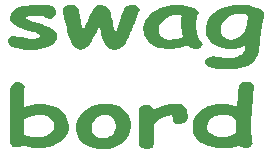
<source format=gbr>
%TF.GenerationSoftware,KiCad,Pcbnew,8.0.6*%
%TF.CreationDate,2024-12-13T09:42:38-07:00*%
%TF.ProjectId,tabesco-48,74616265-7363-46f2-9d34-382e6b696361,rev?*%
%TF.SameCoordinates,Original*%
%TF.FileFunction,Legend,Top*%
%TF.FilePolarity,Positive*%
%FSLAX46Y46*%
G04 Gerber Fmt 4.6, Leading zero omitted, Abs format (unit mm)*
G04 Created by KiCad (PCBNEW 8.0.6) date 2024-12-13 09:42:38*
%MOMM*%
%LPD*%
G01*
G04 APERTURE LIST*
%ADD10C,0.200000*%
G04 APERTURE END LIST*
D10*
G36*
X139152389Y-100096610D02*
G01*
X138807985Y-100055237D01*
X138579640Y-99880456D01*
X138235376Y-99862424D01*
X138184699Y-99862137D01*
X137791341Y-99869307D01*
X137435285Y-99895796D01*
X137099574Y-99976855D01*
X137027232Y-100066080D01*
X137299716Y-100246209D01*
X137640320Y-100359172D01*
X137724790Y-100383596D01*
X138059684Y-100481097D01*
X138395849Y-100584322D01*
X138708109Y-100688412D01*
X139012194Y-100807357D01*
X139317375Y-100973671D01*
X139556479Y-101183218D01*
X139685228Y-101416528D01*
X139709751Y-101585271D01*
X139672936Y-101836249D01*
X139540701Y-102088735D01*
X139312296Y-102304585D01*
X139033552Y-102463400D01*
X138940386Y-102503624D01*
X138612338Y-102613151D01*
X138248813Y-102691385D01*
X137901627Y-102734170D01*
X137527279Y-102752995D01*
X137415334Y-102753973D01*
X137064447Y-102741511D01*
X136695191Y-102698435D01*
X136347642Y-102624590D01*
X136247609Y-102596436D01*
X135931956Y-102476833D01*
X135664214Y-102291481D01*
X135532457Y-102041586D01*
X135526116Y-101965068D01*
X135620642Y-101716792D01*
X135933864Y-101590969D01*
X136098865Y-101581607D01*
X136452025Y-101627403D01*
X136738293Y-101698844D01*
X137067831Y-101778986D01*
X137382850Y-101816080D01*
X137763485Y-101803984D01*
X138116311Y-101752882D01*
X138362949Y-101578841D01*
X138364218Y-101563289D01*
X138124931Y-101367173D01*
X137806767Y-101256691D01*
X137685467Y-101222570D01*
X137339252Y-101127101D01*
X136998541Y-101029068D01*
X136660502Y-100924150D01*
X136416869Y-100835445D01*
X136119916Y-100676077D01*
X135887258Y-100464673D01*
X135761981Y-100219266D01*
X135738118Y-100036771D01*
X135774122Y-99784395D01*
X135907137Y-99531521D01*
X136138162Y-99323410D01*
X136467197Y-99160062D01*
X136762229Y-99070790D01*
X137102138Y-99006677D01*
X137463548Y-98965604D01*
X137820862Y-98941561D01*
X138222054Y-98927823D01*
X138589898Y-98924245D01*
X138939047Y-98939361D01*
X139271307Y-99004745D01*
X139301133Y-99015836D01*
X139549263Y-99203837D01*
X139618827Y-99446134D01*
X139619137Y-99466464D01*
X139596803Y-99712000D01*
X139487409Y-99958151D01*
X139181105Y-100095995D01*
X139152389Y-100096610D01*
G37*
G36*
X146683617Y-99464021D02*
G01*
X146589005Y-99713271D01*
X146494302Y-99958184D01*
X146399508Y-100198761D01*
X146304625Y-100435001D01*
X146177974Y-100743243D01*
X146051162Y-101043777D01*
X145924190Y-101336601D01*
X145797058Y-101621716D01*
X145669765Y-101899123D01*
X145536088Y-102132336D01*
X145367930Y-102350340D01*
X145197888Y-102531712D01*
X144928610Y-102700239D01*
X144582396Y-102753973D01*
X144229337Y-102670205D01*
X143983193Y-102489160D01*
X143794290Y-102247598D01*
X143652037Y-101978778D01*
X143630093Y-101928432D01*
X143544208Y-101680206D01*
X143468767Y-101405547D01*
X143408260Y-101155174D01*
X143344386Y-100866763D01*
X143322347Y-100762172D01*
X143197539Y-100964894D01*
X143058306Y-101206694D01*
X142912809Y-101466355D01*
X142770517Y-101724642D01*
X142639543Y-101965068D01*
X142497299Y-102228393D01*
X142467497Y-102283805D01*
X142285174Y-102491106D01*
X142250366Y-102513393D01*
X141999040Y-102688943D01*
X141648551Y-102753973D01*
X141342037Y-102632607D01*
X141173255Y-102465766D01*
X141003186Y-102240561D01*
X140869616Y-102000516D01*
X140766533Y-101755721D01*
X140745830Y-101697622D01*
X140660451Y-101422544D01*
X140583094Y-101134089D01*
X140509906Y-100839924D01*
X140445645Y-100569387D01*
X140376309Y-100267557D01*
X140320976Y-100020647D01*
X140282501Y-99846262D01*
X140236920Y-99602229D01*
X140215823Y-99362661D01*
X140319161Y-99125120D01*
X140415857Y-99050030D01*
X140728078Y-98936528D01*
X140894573Y-98924245D01*
X141250842Y-98984709D01*
X141486834Y-99185065D01*
X141534001Y-99290609D01*
X141597834Y-99535501D01*
X141640003Y-99764440D01*
X141676547Y-100020895D01*
X141711810Y-100240714D01*
X141767589Y-100489040D01*
X141822046Y-100737946D01*
X141879534Y-101004285D01*
X141903296Y-101115103D01*
X142040961Y-100840258D01*
X142161282Y-100592921D01*
X142286697Y-100328946D01*
X142417203Y-100048336D01*
X142525275Y-99811868D01*
X142636606Y-99564754D01*
X142722243Y-99372430D01*
X142879021Y-99136083D01*
X143156633Y-98968013D01*
X143462543Y-98924245D01*
X143811161Y-98994484D01*
X144040331Y-99182275D01*
X144163520Y-99423721D01*
X144239822Y-99664172D01*
X144311063Y-99915858D01*
X144376432Y-100167638D01*
X144418265Y-100338411D01*
X144487167Y-100621513D01*
X144553727Y-100892978D01*
X144617425Y-101148925D01*
X144659333Y-101310497D01*
X144751496Y-101060673D01*
X144846665Y-100798196D01*
X144946362Y-100522182D01*
X145034879Y-100276654D01*
X145135177Y-99998110D01*
X145247256Y-99686550D01*
X145371116Y-99341974D01*
X145415020Y-99219779D01*
X145599673Y-99007652D01*
X145925891Y-98926842D01*
X146015125Y-98924245D01*
X146360551Y-98984275D01*
X146497260Y-99051251D01*
X146690919Y-99264242D01*
X146707553Y-99365103D01*
X146683617Y-99464021D01*
G37*
G36*
X150282643Y-98949833D02*
G01*
X150615633Y-99010250D01*
X150939308Y-99095011D01*
X150976674Y-99106206D01*
X151294571Y-99220542D01*
X151564216Y-99375913D01*
X151703296Y-99616673D01*
X151592166Y-99830386D01*
X151531899Y-100071728D01*
X151516939Y-100169883D01*
X151496202Y-100421344D01*
X151491294Y-100647378D01*
X151497511Y-100912715D01*
X151519844Y-101173597D01*
X151570601Y-101436158D01*
X151621231Y-101577943D01*
X151760520Y-101801882D01*
X151841782Y-101928432D01*
X151982832Y-102156799D01*
X152029849Y-102260602D01*
X151920215Y-102494388D01*
X151834943Y-102557357D01*
X151523853Y-102666445D01*
X151385292Y-102675815D01*
X151054946Y-102578829D01*
X150772111Y-102424069D01*
X150684315Y-102369290D01*
X150367113Y-102472387D01*
X150034723Y-102566187D01*
X149904692Y-102597657D01*
X149557696Y-102660855D01*
X149331943Y-102675815D01*
X148984343Y-102665082D01*
X148604469Y-102623866D01*
X148265227Y-102551738D01*
X147920799Y-102428519D01*
X147631676Y-102263226D01*
X147594887Y-102236178D01*
X147369052Y-102022382D01*
X147198685Y-101766745D01*
X147096804Y-101514326D01*
X147035675Y-101231166D01*
X147016649Y-100981991D01*
X148347155Y-100981991D01*
X148369695Y-101243979D01*
X148456249Y-101500434D01*
X148577965Y-101665871D01*
X148845064Y-101829787D01*
X149185868Y-101892231D01*
X149270393Y-101894238D01*
X149612811Y-101869698D01*
X149834594Y-101824629D01*
X150155965Y-101711857D01*
X150337246Y-101619465D01*
X150288440Y-101331053D01*
X150249731Y-101071235D01*
X150217333Y-100804253D01*
X150197138Y-100546787D01*
X150193631Y-100411684D01*
X150214148Y-100162556D01*
X150263809Y-99912202D01*
X150279116Y-99848704D01*
X150108146Y-99799855D01*
X149981629Y-99783980D01*
X149626278Y-99812573D01*
X149296894Y-99898354D01*
X148993475Y-100041322D01*
X148836130Y-100145459D01*
X148599760Y-100357775D01*
X148440748Y-100588059D01*
X148359093Y-100836310D01*
X148347155Y-100981991D01*
X147016649Y-100981991D01*
X147015865Y-100971718D01*
X147015299Y-100917266D01*
X147036170Y-100666214D01*
X147116312Y-100380221D01*
X147256561Y-100110886D01*
X147456916Y-99858209D01*
X147669794Y-99660370D01*
X147870149Y-99510428D01*
X148146047Y-99341557D01*
X148438391Y-99201308D01*
X148747180Y-99089681D01*
X149072416Y-99006677D01*
X149414097Y-98952295D01*
X149772224Y-98926535D01*
X149920079Y-98924245D01*
X150282643Y-98949833D01*
G37*
G36*
X155665444Y-98937345D02*
G01*
X156013637Y-98985019D01*
X156097225Y-99003624D01*
X156410297Y-99111056D01*
X156627232Y-99244203D01*
X156974734Y-99329080D01*
X157189314Y-99532927D01*
X157237595Y-99761998D01*
X157215431Y-100016753D01*
X157165783Y-100275813D01*
X157136723Y-100398250D01*
X157077643Y-100653477D01*
X157026494Y-100913116D01*
X156983276Y-101177168D01*
X156947988Y-101445632D01*
X156920631Y-101718509D01*
X156901205Y-101995799D01*
X156895655Y-102107950D01*
X156877062Y-102376560D01*
X156845219Y-102626127D01*
X156786782Y-102911305D01*
X156707642Y-103166729D01*
X156585345Y-103433960D01*
X156433235Y-103658344D01*
X156375906Y-103723617D01*
X156155582Y-103917115D01*
X155887840Y-104077817D01*
X155572681Y-104205722D01*
X155210105Y-104300831D01*
X154800111Y-104363144D01*
X154437975Y-104389381D01*
X154146458Y-104395285D01*
X153708080Y-104385782D01*
X153328153Y-104357274D01*
X152935439Y-104294914D01*
X152584737Y-104180883D01*
X152341803Y-103993801D01*
X152276046Y-103787120D01*
X152348204Y-103537577D01*
X152443596Y-103435410D01*
X152740785Y-103311703D01*
X152886409Y-103301077D01*
X153230619Y-103331607D01*
X153507030Y-103379234D01*
X153842739Y-103432662D01*
X154183931Y-103457087D01*
X154223394Y-103457392D01*
X154595905Y-103436526D01*
X154940650Y-103364398D01*
X155235790Y-103225552D01*
X155279989Y-103193610D01*
X155472776Y-102974032D01*
X155583327Y-102731266D01*
X155645945Y-102467789D01*
X155664671Y-102319220D01*
X155387050Y-102483501D01*
X155112438Y-102586666D01*
X154769052Y-102656227D01*
X154438816Y-102675815D01*
X154092402Y-102659930D01*
X153720158Y-102601242D01*
X153382275Y-102499311D01*
X153078753Y-102354137D01*
X152882989Y-102223966D01*
X152649826Y-102014185D01*
X152473930Y-101780212D01*
X152355303Y-101522045D01*
X152293944Y-101239686D01*
X152284594Y-101067476D01*
X152286495Y-101039388D01*
X153602773Y-101039388D01*
X153623810Y-101285133D01*
X153704594Y-101525560D01*
X153818195Y-101680525D01*
X154089183Y-101840810D01*
X154441057Y-101894029D01*
X154467881Y-101894238D01*
X154814109Y-101829256D01*
X155111917Y-101670116D01*
X155261182Y-101554740D01*
X155463808Y-101354075D01*
X155624093Y-101115480D01*
X155688607Y-100918488D01*
X155748981Y-100666564D01*
X155801127Y-100411102D01*
X155849559Y-100148252D01*
X155893157Y-99893743D01*
X155900610Y-99848704D01*
X155587419Y-99744706D01*
X155577476Y-99742458D01*
X155271440Y-99705822D01*
X154887185Y-99730628D01*
X154548237Y-99805046D01*
X154221077Y-99948067D01*
X154006262Y-100102717D01*
X153811216Y-100322954D01*
X153680003Y-100577001D01*
X153616958Y-100831204D01*
X153602773Y-101039388D01*
X152286495Y-101039388D01*
X152304087Y-100779453D01*
X152362566Y-100509200D01*
X152460031Y-100256716D01*
X152596481Y-100022002D01*
X152771917Y-99805057D01*
X152986339Y-99605883D01*
X153083024Y-99531188D01*
X153355808Y-99356336D01*
X153656976Y-99211120D01*
X153986527Y-99095540D01*
X154344462Y-99009596D01*
X154730781Y-98953288D01*
X155145483Y-98926616D01*
X155319312Y-98924245D01*
X155665444Y-98937345D01*
G37*
G36*
X136774001Y-105520211D02*
G01*
X136937333Y-105735464D01*
X136955425Y-105883212D01*
X136938328Y-106039527D01*
X136921231Y-106194622D01*
X136921231Y-107605124D01*
X137248236Y-107489025D01*
X137582963Y-107399495D01*
X137603401Y-107395075D01*
X137944942Y-107339808D01*
X138234280Y-107324245D01*
X138576838Y-107338258D01*
X138959918Y-107392067D01*
X139312463Y-107486235D01*
X139634475Y-107620759D01*
X139925952Y-107795641D01*
X140060240Y-107898215D01*
X140281032Y-108107744D01*
X140456142Y-108333330D01*
X140585572Y-108574973D01*
X140669321Y-108832673D01*
X140707388Y-109106430D01*
X140709926Y-109201251D01*
X140683359Y-109485055D01*
X140603657Y-109752114D01*
X140470822Y-110002430D01*
X140284852Y-110236001D01*
X140045748Y-110452829D01*
X139954239Y-110521384D01*
X139652924Y-110709804D01*
X139326004Y-110859240D01*
X138973478Y-110969693D01*
X138595348Y-111041163D01*
X138191611Y-111073649D01*
X138051342Y-111075815D01*
X137677840Y-111059586D01*
X137315156Y-111010900D01*
X136963292Y-110929756D01*
X136772487Y-110870651D01*
X136462497Y-110989719D01*
X136339933Y-110997657D01*
X136004342Y-110933307D01*
X135893701Y-110873093D01*
X135720594Y-110651214D01*
X135709054Y-110561684D01*
X135722731Y-110307671D01*
X135738103Y-110058935D01*
X135738118Y-110053659D01*
X135738118Y-109154374D01*
X136918676Y-109154374D01*
X136919157Y-109436074D01*
X136920109Y-109709982D01*
X136921231Y-109954740D01*
X137276747Y-110043290D01*
X137637186Y-110107690D01*
X137991630Y-110137207D01*
X138051342Y-110137922D01*
X138411615Y-110112043D01*
X138758933Y-110023795D01*
X139054936Y-109872919D01*
X139279790Y-109673727D01*
X139411309Y-109442212D01*
X139449877Y-109203693D01*
X139411896Y-108942386D01*
X139283829Y-108695176D01*
X139128453Y-108535689D01*
X138844830Y-108368994D01*
X138499177Y-108279234D01*
X138234280Y-108262137D01*
X137890738Y-108298869D01*
X137656402Y-108356171D01*
X137332227Y-108463576D01*
X137022103Y-108589652D01*
X136921231Y-108634608D01*
X136919027Y-108890514D01*
X136918676Y-109154374D01*
X135738118Y-109154374D01*
X135738118Y-106136003D01*
X135781546Y-105887768D01*
X135891991Y-105693924D01*
X136125793Y-105509826D01*
X136440805Y-105448460D01*
X136774001Y-105520211D01*
G37*
G36*
X144258689Y-107343908D02*
G01*
X144627987Y-107416554D01*
X144959652Y-107542728D01*
X145253684Y-107722430D01*
X145440666Y-107883561D01*
X145639188Y-108115197D01*
X145788950Y-108369857D01*
X145878509Y-108606462D01*
X145932244Y-108859984D01*
X145950156Y-109130421D01*
X145935589Y-109378009D01*
X145879649Y-109659766D01*
X145781756Y-109924779D01*
X145641908Y-110173048D01*
X145460105Y-110404573D01*
X145353471Y-110514056D01*
X145086738Y-110731528D01*
X144787907Y-110904005D01*
X144456980Y-111031489D01*
X144093956Y-111113978D01*
X143698835Y-111151473D01*
X143559996Y-111153973D01*
X143182983Y-111132760D01*
X142829860Y-111069122D01*
X142500626Y-110963059D01*
X142195281Y-110814570D01*
X142031524Y-110710672D01*
X141792099Y-110516985D01*
X141599558Y-110300458D01*
X141453899Y-110061091D01*
X141355124Y-109798883D01*
X141303232Y-109513834D01*
X141296353Y-109413742D01*
X141296526Y-109408857D01*
X142628209Y-109408857D01*
X142666796Y-109669837D01*
X142796907Y-109902536D01*
X142954762Y-110041446D01*
X143255487Y-110177708D01*
X143561705Y-110216080D01*
X143906951Y-110177278D01*
X144209655Y-110060871D01*
X144288328Y-110013359D01*
X144505273Y-109811973D01*
X144630375Y-109563188D01*
X144662752Y-109371000D01*
X144663527Y-109111912D01*
X144623397Y-108836459D01*
X144514965Y-108576912D01*
X144305351Y-108371999D01*
X143956199Y-108266898D01*
X143850645Y-108262137D01*
X143505299Y-108298130D01*
X143181728Y-108426153D01*
X142938764Y-108622931D01*
X142917148Y-108646820D01*
X142752645Y-108883976D01*
X142662351Y-109122113D01*
X142628491Y-109381716D01*
X142628209Y-109408857D01*
X141296526Y-109408857D01*
X141306371Y-109130196D01*
X141362070Y-108858414D01*
X141463449Y-108598396D01*
X141610510Y-108350141D01*
X141803252Y-108113650D01*
X141877651Y-108037434D01*
X142120265Y-107831974D01*
X142390761Y-107661338D01*
X142689141Y-107525526D01*
X143015403Y-107424537D01*
X143369548Y-107358372D01*
X143751576Y-107327031D01*
X143912194Y-107324245D01*
X144258689Y-107343908D01*
G37*
G36*
X150759542Y-108502717D02*
G01*
X150689383Y-108764234D01*
X150478377Y-108967637D01*
X150129589Y-109043186D01*
X150091049Y-109043714D01*
X149745495Y-108991765D01*
X149522040Y-108796419D01*
X149484106Y-108604077D01*
X149460170Y-108262137D01*
X149076550Y-108325736D01*
X148736085Y-108426772D01*
X148438778Y-108565247D01*
X148184627Y-108741159D01*
X147973633Y-108954509D01*
X147912892Y-109033945D01*
X147918021Y-110713114D01*
X147820865Y-110952904D01*
X147729954Y-111028188D01*
X147423684Y-111141689D01*
X147252948Y-111153973D01*
X146919927Y-111095594D01*
X146791329Y-111018418D01*
X146647073Y-110795623D01*
X146637456Y-110704566D01*
X146637456Y-108477071D01*
X146643541Y-108225943D01*
X146646004Y-108163219D01*
X146655451Y-107915530D01*
X146656262Y-107848146D01*
X146739286Y-107607094D01*
X146816974Y-107530630D01*
X147120230Y-107412545D01*
X147276883Y-107402403D01*
X147617167Y-107457529D01*
X147847980Y-107641666D01*
X147912892Y-107794412D01*
X148238730Y-107634629D01*
X148577671Y-107507904D01*
X148929716Y-107414238D01*
X149294864Y-107353630D01*
X149673115Y-107326081D01*
X149802110Y-107324245D01*
X150177171Y-107369300D01*
X150493011Y-107531130D01*
X150670671Y-107769277D01*
X150749631Y-108045124D01*
X150764671Y-108265801D01*
X150759542Y-108502717D01*
G37*
G36*
X156067352Y-105510799D02*
G01*
X156186130Y-105580351D01*
X156345150Y-105800227D01*
X156358809Y-105902751D01*
X156351971Y-106184547D01*
X156337866Y-106436365D01*
X156316067Y-106722873D01*
X156292024Y-106988129D01*
X156262639Y-107277476D01*
X156249389Y-107399960D01*
X156218358Y-107698591D01*
X156192588Y-107973191D01*
X156172076Y-108223761D01*
X156154405Y-108492724D01*
X156143360Y-108762778D01*
X156141677Y-108895948D01*
X156143414Y-109190088D01*
X156148623Y-109458851D01*
X156160018Y-109759116D01*
X156176840Y-110019727D01*
X156204188Y-110280118D01*
X156252808Y-110538481D01*
X156266486Y-110638620D01*
X156166680Y-110878273D01*
X156073289Y-110952472D01*
X155765348Y-111066058D01*
X155627058Y-111075815D01*
X155284871Y-111004331D01*
X155098760Y-110849890D01*
X154786131Y-110960086D01*
X154441893Y-111030306D01*
X154420010Y-111033072D01*
X154063537Y-111065129D01*
X153718475Y-111075773D01*
X153695097Y-111075815D01*
X153304043Y-111058899D01*
X152938715Y-111008152D01*
X152599112Y-110923573D01*
X152285236Y-110805163D01*
X151997084Y-110652922D01*
X151906751Y-110594657D01*
X151659813Y-110401070D01*
X151463965Y-110188507D01*
X151319208Y-109956968D01*
X151225542Y-109706452D01*
X151182967Y-109436960D01*
X151180128Y-109342912D01*
X151181318Y-109324594D01*
X152416241Y-109324594D01*
X152479729Y-109580746D01*
X152670192Y-109805456D01*
X152800924Y-109898564D01*
X153106987Y-110044423D01*
X153448152Y-110122963D01*
X153695097Y-110137922D01*
X154037773Y-110122068D01*
X154257588Y-110081747D01*
X154554435Y-109956038D01*
X154698691Y-109882689D01*
X154857693Y-109787434D01*
X154852744Y-109527918D01*
X154852884Y-109273474D01*
X154854567Y-108991474D01*
X154857072Y-108711412D01*
X154857693Y-108650483D01*
X154635125Y-108453325D01*
X154443945Y-108358613D01*
X154107682Y-108278060D01*
X153838712Y-108262137D01*
X153466772Y-108283196D01*
X153119489Y-108355992D01*
X152817700Y-108496124D01*
X152771859Y-108528362D01*
X152569393Y-108742010D01*
X152458263Y-108990833D01*
X152417630Y-109259230D01*
X152416241Y-109324594D01*
X151181318Y-109324594D01*
X151197952Y-109068622D01*
X151251421Y-108811326D01*
X151340538Y-108571025D01*
X151494531Y-108305096D01*
X151699855Y-108063639D01*
X151910170Y-107881118D01*
X152200265Y-107691868D01*
X152521735Y-107541774D01*
X152874581Y-107430834D01*
X153258803Y-107359049D01*
X153602955Y-107329139D01*
X153819905Y-107324245D01*
X154161418Y-107337983D01*
X154464462Y-107379199D01*
X154789171Y-107469359D01*
X154955146Y-107544063D01*
X154970934Y-107253433D01*
X154987523Y-106986045D01*
X155004914Y-106741897D01*
X155027780Y-106469396D01*
X155056871Y-106190329D01*
X155093090Y-105930844D01*
X155103890Y-105869779D01*
X155214856Y-105629907D01*
X155486649Y-105474792D01*
X155729640Y-105448460D01*
X156067352Y-105510799D01*
G37*
M02*

</source>
